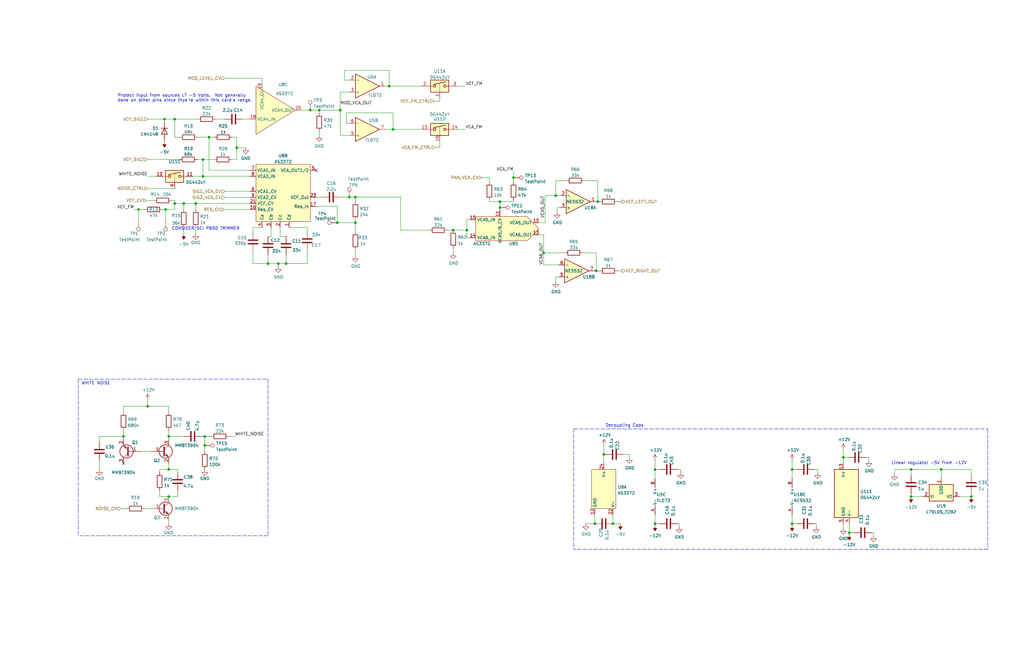
<source format=kicad_sch>
(kicad_sch (version 20211123) (generator eeschema)
  (paper "B")
  (title_block (title "Z3372 Signal Processing") (rev "0.1") (company "Zoxnoxious Engineering"))
  (junction (at 276.225 198.12))
  (junction (at 251.46 114.3))
  (junction (at 88.138 57.912))
  (junction (at 117.348 111.252))
  (junction (at 69.342 50.292))
  (junction (at 216.535 74.93))
  (junction (at 82.55 85.852))
  (junction (at 254.635 191.77))
  (junction (at 62.23 171.45))
  (junction (at 142.24 93.98))
  (junction (at 396.875 198.12))
  (junction (at 147.32 83.185))
  (junction (at 384.175 209.55))
  (junction (at 85.598 67.31))
  (junction (at 86.36 184.15))
  (junction (at 252.095 85.09))
  (junction (at 130.81 46.482))
  (junction (at 210.82 85.09))
  (junction (at 196.85 97.155))
  (junction (at 164.084 36.322))
  (junction (at 276.225 220.98))
  (junction (at 384.175 198.12))
  (junction (at 149.86 93.98))
  (junction (at 334.01 198.12))
  (junction (at 99.822 62.357))
  (junction (at 52.07 184.15))
  (junction (at 229.235 106.68))
  (junction (at 250.825 220.98))
  (junction (at 86.36 187.96))
  (junction (at 85.598 74.422))
  (junction (at 73.66 50.292))
  (junction (at 71.12 198.12))
  (junction (at 73.66 85.852))
  (junction (at 409.575 209.55))
  (junction (at 191.135 97.155))
  (junction (at 355.6 193.04))
  (junction (at 234.315 82.55))
  (junction (at 165.735 54.61))
  (junction (at 143.51 46.482))
  (junction (at 134.62 46.482))
  (junction (at 71.12 209.55))
  (junction (at 77.47 85.852))
  (junction (at 334.01 220.98))
  (junction (at 149.86 83.185))
  (junction (at 71.12 184.15))
  (junction (at 258.445 220.98))
  (junction (at 358.14 224.79))
  (junction (at 120.65 111.252))
  (junction (at 210.82 87.63))
  (junction (at 69.85 88.392))
  (junction (at 58.42 88.392))
  (junction (at 113.03 111.252))
  (no_connect (at 133.35 71.882))
  (no_connect (at 52.07 195.58))
  (wire (pts (xy 198.12 100.33) (xy 196.85 100.33)))
  (wire (pts (xy 73.66 84.582) (xy 73.66 85.852)))
  (wire (pts (xy 71.12 184.15) (xy 71.12 185.42)))
  (wire (pts (xy 203.2 74.93) (xy 206.375 74.93)))
  (wire (pts (xy 52.07 184.15) (xy 52.07 181.61)))
  (wire (pts (xy 73.66 57.912) (xy 73.66 50.292)))
  (wire (pts (xy 185.42 42.672) (xy 185.42 41.402)))
  (wire (pts (xy 113.03 99.822) (xy 114.3 99.822)))
  (wire (pts (xy 143.51 38.862) (xy 143.51 46.482)))
  (wire (pts (xy 236.22 82.55) (xy 234.315 82.55)))
  (wire (pts (xy 146.05 52.07) (xy 146.05 47.625)))
  (wire (pts (xy 168.91 97.155) (xy 168.91 83.185)))
  (wire (pts (xy 96.52 184.15) (xy 99.06 184.15)))
  (wire (pts (xy 358.14 224.79) (xy 360.045 224.79)))
  (wire (pts (xy 260.35 85.09) (xy 262.255 85.09)))
  (wire (pts (xy 196.85 100.33) (xy 196.85 97.155)))
  (wire (pts (xy 250.825 217.17) (xy 250.825 220.98)))
  (wire (pts (xy 67.31 198.12) (xy 67.31 199.39)))
  (wire (pts (xy 69.85 88.392) (xy 73.66 88.392)))
  (wire (pts (xy 334.01 198.12) (xy 335.915 198.12)))
  (wire (pts (xy 210.82 85.09) (xy 210.82 87.63)))
  (wire (pts (xy 99.822 57.912) (xy 97.917 57.912)))
  (wire (pts (xy 99.822 62.357) (xy 99.822 57.912)))
  (wire (pts (xy 366.395 194.31) (xy 366.395 193.04)))
  (wire (pts (xy 129.54 97.79) (xy 129.54 96.012)))
  (wire (pts (xy 252.095 76.2) (xy 246.38 76.2)))
  (wire (pts (xy 355.6 193.04) (xy 355.6 195.58)))
  (wire (pts (xy 149.86 93.98) (xy 149.86 97.79)))
  (wire (pts (xy 82.55 96.012) (xy 82.55 98.552)))
  (wire (pts (xy 234.315 76.2) (xy 234.315 82.55)))
  (wire (pts (xy 97.79 67.31) (xy 99.822 67.437)))
  (wire (pts (xy 52.07 171.45) (xy 62.23 171.45)))
  (polyline (pts (xy 113.03 160.02) (xy 113.03 226.06)))
  (wire (pts (xy 60.96 214.63) (xy 63.5 214.63)))
  (wire (pts (xy 193.04 36.322) (xy 196.342 36.322)))
  (wire (pts (xy 85.598 67.31) (xy 90.17 67.31)))
  (wire (pts (xy 368.3 224.79) (xy 367.665 224.79)))
  (wire (pts (xy 384.175 198.12) (xy 384.175 200.66)))
  (wire (pts (xy 71.12 219.71) (xy 71.12 220.98)))
  (wire (pts (xy 384.175 198.12) (xy 377.19 198.12)))
  (wire (pts (xy 147.32 33.782) (xy 145.288 33.782)))
  (wire (pts (xy 182.88 42.672) (xy 185.42 42.672)))
  (wire (pts (xy 143.51 83.185) (xy 147.32 83.185)))
  (wire (pts (xy 86.36 190.5) (xy 86.36 187.96)))
  (wire (pts (xy 71.12 195.58) (xy 71.12 198.12)))
  (wire (pts (xy 355.6 189.865) (xy 355.6 193.04)))
  (wire (pts (xy 229.87 82.55) (xy 229.87 93.98)))
  (wire (pts (xy 334.01 220.98) (xy 335.915 220.98)))
  (wire (pts (xy 103.632 62.357) (xy 99.822 62.357)))
  (wire (pts (xy 229.235 111.76) (xy 229.235 106.68)))
  (wire (pts (xy 74.93 207.01) (xy 74.93 209.55)))
  (wire (pts (xy 185.42 62.23) (xy 185.42 59.69)))
  (wire (pts (xy 77.47 85.852) (xy 82.55 85.852)))
  (wire (pts (xy 74.93 198.12) (xy 71.12 198.12)))
  (wire (pts (xy 62.23 79.502) (xy 73.66 79.502)))
  (wire (pts (xy 77.47 85.852) (xy 77.47 88.392)))
  (wire (pts (xy 71.12 171.45) (xy 62.23 171.45)))
  (polyline (pts (xy 33.02 160.02) (xy 33.02 226.06)))
  (wire (pts (xy 287.02 199.39) (xy 287.02 198.12)))
  (wire (pts (xy 142.24 86.995) (xy 142.24 93.98)))
  (wire (pts (xy 162.56 54.61) (xy 165.735 54.61)))
  (wire (pts (xy 164.084 36.322) (xy 177.8 36.322)))
  (wire (pts (xy 229.235 106.68) (xy 238.125 106.68)))
  (wire (pts (xy 180.975 97.155) (xy 168.91 97.155)))
  (wire (pts (xy 134.62 55.372) (xy 134.62 57.15)))
  (wire (pts (xy 106.68 105.918) (xy 106.68 111.252)))
  (wire (pts (xy 343.535 198.12) (xy 344.805 198.12)))
  (wire (pts (xy 252.095 85.09) (xy 252.095 76.2)))
  (wire (pts (xy 165.735 47.625) (xy 165.735 54.61)))
  (wire (pts (xy 120.65 111.252) (xy 117.348 111.252)))
  (wire (pts (xy 162.56 36.322) (xy 164.084 36.322)))
  (wire (pts (xy 147.32 52.07) (xy 146.05 52.07)))
  (wire (pts (xy 238.76 76.2) (xy 234.315 76.2)))
  (wire (pts (xy 344.17 222.25) (xy 344.17 220.98)))
  (wire (pts (xy 62.23 171.45) (xy 62.23 168.91)))
  (wire (pts (xy 254.635 191.77) (xy 254.635 195.58)))
  (wire (pts (xy 69.342 50.292) (xy 69.342 51.562)))
  (wire (pts (xy 164.084 29.718) (xy 164.084 36.322)))
  (wire (pts (xy 234.315 116.84) (xy 235.585 116.84)))
  (wire (pts (xy 216.535 74.93) (xy 216.535 76.835)))
  (wire (pts (xy 41.91 194.31) (xy 41.91 198.12)))
  (wire (pts (xy 62.23 67.31) (xy 75.565 67.31)))
  (wire (pts (xy 143.51 46.482) (xy 134.62 46.482)))
  (wire (pts (xy 344.805 199.39) (xy 344.805 198.12)))
  (wire (pts (xy 147.32 57.15) (xy 143.51 57.15)))
  (wire (pts (xy 114.3 99.822) (xy 114.3 96.012)))
  (wire (pts (xy 234.95 87.63) (xy 234.95 89.535)))
  (wire (pts (xy 41.91 184.15) (xy 52.07 184.15)))
  (wire (pts (xy 258.445 220.98) (xy 261.62 220.98)))
  (wire (pts (xy 71.12 198.12) (xy 67.31 198.12)))
  (polyline (pts (xy 416.56 231.775) (xy 241.935 231.775)))
  (wire (pts (xy 206.375 84.455) (xy 206.375 85.09)))
  (wire (pts (xy 334.01 194.31) (xy 334.01 198.12)))
  (wire (pts (xy 147.32 38.862) (xy 143.51 38.862)))
  (wire (pts (xy 88.138 71.882) (xy 88.138 57.912)))
  (wire (pts (xy 41.91 186.69) (xy 41.91 184.15)))
  (wire (pts (xy 58.42 88.392) (xy 60.96 88.392)))
  (wire (pts (xy 334.01 220.98) (xy 334.01 221.615)))
  (wire (pts (xy 251.46 106.68) (xy 251.46 114.3)))
  (wire (pts (xy 262.89 191.77) (xy 265.43 191.77)))
  (wire (pts (xy 258.445 217.17) (xy 258.445 220.98)))
  (wire (pts (xy 276.225 220.98) (xy 278.13 220.98)))
  (polyline (pts (xy 113.03 226.06) (xy 33.02 226.06)))
  (wire (pts (xy 216.535 85.09) (xy 210.82 85.09)))
  (wire (pts (xy 86.36 184.15) (xy 88.9 184.15)))
  (wire (pts (xy 73.66 85.852) (xy 73.66 88.392)))
  (wire (pts (xy 149.86 83.185) (xy 149.86 85.09)))
  (wire (pts (xy 368.3 226.06) (xy 368.3 224.79)))
  (wire (pts (xy 129.54 105.41) (xy 129.54 111.252)))
  (wire (pts (xy 59.69 190.5) (xy 63.5 190.5)))
  (wire (pts (xy 117.348 112.522) (xy 117.348 111.252)))
  (wire (pts (xy 67.31 209.55) (xy 71.12 209.55)))
  (wire (pts (xy 62.23 74.422) (xy 66.04 74.422)))
  (wire (pts (xy 74.93 199.39) (xy 74.93 198.12)))
  (wire (pts (xy 69.85 88.392) (xy 69.85 93.472)))
  (wire (pts (xy 110.49 33.02) (xy 94.615 33.02)))
  (wire (pts (xy 409.575 198.12) (xy 396.875 198.12)))
  (wire (pts (xy 344.17 220.98) (xy 343.535 220.98)))
  (wire (pts (xy 72.39 84.582) (xy 73.66 84.582)))
  (polyline (pts (xy 241.935 180.975) (xy 241.935 231.775)))
  (wire (pts (xy 61.595 84.582) (xy 64.77 84.582)))
  (wire (pts (xy 82.55 85.852) (xy 105.41 85.852)))
  (wire (pts (xy 276.225 198.12) (xy 278.13 198.12)))
  (wire (pts (xy 83.312 57.912) (xy 88.138 57.912)))
  (wire (pts (xy 113.03 107.442) (xy 113.03 111.252)))
  (wire (pts (xy 50.8 214.63) (xy 53.34 214.63)))
  (wire (pts (xy 85.598 74.422) (xy 105.41 74.422)))
  (wire (pts (xy 69.342 59.182) (xy 69.342 59.69)))
  (wire (pts (xy 286.385 220.98) (xy 285.75 220.98)))
  (wire (pts (xy 365.125 193.04) (xy 366.395 193.04)))
  (wire (pts (xy 73.66 50.292) (xy 83.312 50.292)))
  (wire (pts (xy 68.58 88.392) (xy 69.85 88.392)))
  (wire (pts (xy 133.35 87.122) (xy 142.24 86.995)))
  (wire (pts (xy 71.12 209.55) (xy 74.93 209.55)))
  (wire (pts (xy 86.36 187.96) (xy 86.36 184.15)))
  (wire (pts (xy 134.62 47.752) (xy 134.62 46.482)))
  (wire (pts (xy 377.19 198.12) (xy 377.19 200.025)))
  (wire (pts (xy 94.742 80.772) (xy 105.41 80.772)))
  (polyline (pts (xy 33.02 160.02) (xy 113.03 160.02)))
  (wire (pts (xy 120.65 99.822) (xy 118.11 99.822)))
  (wire (pts (xy 142.24 93.98) (xy 149.86 93.98)))
  (wire (pts (xy 384.175 208.28) (xy 384.175 209.55)))
  (wire (pts (xy 276.225 194.31) (xy 276.225 198.12)))
  (wire (pts (xy 94.742 83.312) (xy 105.41 83.312)))
  (wire (pts (xy 285.75 198.12) (xy 287.02 198.12)))
  (wire (pts (xy 120.65 107.442) (xy 120.65 111.252)))
  (wire (pts (xy 90.932 50.292) (xy 94.742 50.292)))
  (wire (pts (xy 77.47 96.012) (xy 77.47 98.552)))
  (wire (pts (xy 245.745 106.68) (xy 251.46 106.68)))
  (wire (pts (xy 71.12 173.99) (xy 71.12 171.45)))
  (wire (pts (xy 358.14 220.98) (xy 358.14 224.79)))
  (wire (pts (xy 129.54 96.012) (xy 121.92 96.012)))
  (wire (pts (xy 127 46.482) (xy 130.81 46.482)))
  (wire (pts (xy 286.385 222.25) (xy 286.385 220.98)))
  (wire (pts (xy 210.82 87.63) (xy 210.82 88.9)))
  (wire (pts (xy 69.342 50.292) (xy 62.23 50.292)))
  (wire (pts (xy 234.315 82.55) (xy 229.87 82.55)))
  (wire (pts (xy 71.12 181.61) (xy 71.12 184.15)))
  (wire (pts (xy 183.388 62.23) (xy 185.42 62.23)))
  (wire (pts (xy 409.575 209.55) (xy 409.575 208.28)))
  (wire (pts (xy 147.32 83.185) (xy 149.86 83.185)))
  (wire (pts (xy 254.635 191.77) (xy 255.27 191.77)))
  (wire (pts (xy 102.362 50.292) (xy 105.41 50.292)))
  (wire (pts (xy 105.41 71.882) (xy 88.138 71.882)))
  (wire (pts (xy 191.135 97.155) (xy 196.85 97.155)))
  (wire (pts (xy 251.46 85.09) (xy 252.095 85.09)))
  (wire (pts (xy 52.07 173.99) (xy 52.07 171.45)))
  (wire (pts (xy 355.6 193.04) (xy 357.505 193.04)))
  (wire (pts (xy 260.35 114.3) (xy 262.255 114.3)))
  (wire (pts (xy 334.01 217.17) (xy 334.01 220.98)))
  (wire (pts (xy 358.14 224.79) (xy 358.14 225.425)))
  (wire (pts (xy 355.6 220.98) (xy 355.6 222.885)))
  (wire (pts (xy 99.822 67.437) (xy 99.822 62.357)))
  (wire (pts (xy 118.11 99.822) (xy 118.11 96.012)))
  (wire (pts (xy 227.33 99.06) (xy 229.235 99.06)))
  (wire (pts (xy 191.135 104.775) (xy 191.135 106.68)))
  (wire (pts (xy 236.22 87.63) (xy 234.95 87.63)))
  (wire (pts (xy 254.635 187.96) (xy 254.635 191.77)))
  (wire (pts (xy 206.375 85.09) (xy 210.82 85.09)))
  (wire (pts (xy 252.095 85.09) (xy 252.73 85.09)))
  (wire (pts (xy 134.62 46.482) (xy 130.81 46.482)))
  (wire (pts (xy 216.535 72.39) (xy 216.535 74.93)))
  (wire (pts (xy 133.35 83.312) (xy 135.89 83.185)))
  (wire (pts (xy 106.68 96.012) (xy 110.49 96.012)))
  (wire (pts (xy 276.225 217.17) (xy 276.225 220.98)))
  (wire (pts (xy 396.875 198.12) (xy 396.875 201.93)))
  (wire (pts (xy 85.598 74.422) (xy 85.598 67.31)))
  (wire (pts (xy 206.375 74.93) (xy 206.375 76.835)))
  (wire (pts (xy 94.488 88.392) (xy 105.41 88.392)))
  (wire (pts (xy 396.875 198.12) (xy 384.175 198.12)))
  (wire (pts (xy 146.05 47.625) (xy 165.735 47.625)))
  (wire (pts (xy 106.68 98.298) (xy 106.68 96.012)))
  (wire (pts (xy 86.36 184.15) (xy 85.09 184.15)))
  (wire (pts (xy 113.03 111.252) (xy 117.348 111.252)))
  (wire (pts (xy 83.185 67.31) (xy 85.598 67.31)))
  (wire (pts (xy 165.735 54.61) (xy 177.8 54.61)))
  (wire (pts (xy 265.43 193.04) (xy 265.43 191.77)))
  (wire (pts (xy 251.46 114.3) (xy 250.825 114.3)))
  (wire (pts (xy 384.175 209.55) (xy 389.255 209.55)))
  (wire (pts (xy 227.33 93.98) (xy 229.87 93.98)))
  (wire (pts (xy 168.91 83.185) (xy 149.86 83.185)))
  (wire (pts (xy 251.46 114.3) (xy 252.73 114.3)))
  (wire (pts (xy 56.515 88.392) (xy 58.42 88.392)))
  (polyline (pts (xy 241.935 180.975) (xy 416.56 180.975)))
  (wire (pts (xy 276.225 220.98) (xy 276.225 221.615)))
  (wire (pts (xy 334.01 198.12) (xy 334.01 201.93)))
  (wire (pts (xy 106.68 111.252) (xy 113.03 111.252)))
  (wire (pts (xy 216.535 84.455) (xy 216.535 85.09)))
  (wire (pts (xy 404.495 209.55) (xy 409.575 209.55)))
  (wire (pts (xy 229.235 99.06) (xy 229.235 106.68)))
  (wire (pts (xy 145.288 33.782) (xy 145.288 29.718)))
  (wire (pts (xy 71.12 184.15) (xy 77.47 184.15)))
  (wire (pts (xy 82.55 85.852) (xy 82.55 88.392)))
  (wire (pts (xy 247.015 220.98) (xy 250.825 220.98)))
  (wire (pts (xy 409.575 200.66) (xy 409.575 198.12)))
  (wire (pts (xy 52.07 184.15) (xy 52.07 185.42)))
  (wire (pts (xy 193.04 54.61) (xy 196.215 54.61)))
  (wire (pts (xy 196.85 92.71) (xy 198.12 92.71)))
  (wire (pts (xy 149.86 92.71) (xy 149.86 93.98)))
  (wire (pts (xy 81.28 74.422) (xy 85.598 74.422)))
  (wire (pts (xy 235.585 111.76) (xy 229.235 111.76)))
  (wire (pts (xy 110.49 35.052) (xy 110.49 33.02)))
  (polyline (pts (xy 416.56 180.975) (xy 416.56 231.775)))
  (wire (pts (xy 188.595 97.155) (xy 191.135 97.155)))
  (wire (pts (xy 73.66 85.852) (xy 77.47 85.852)))
  (wire (pts (xy 75.692 57.912) (xy 73.66 57.912)))
  (wire (pts (xy 145.288 29.718) (xy 164.084 29.718)))
  (wire (pts (xy 196.85 97.155) (xy 196.85 92.71)))
  (wire (pts (xy 88.138 57.912) (xy 90.297 57.912)))
  (wire (pts (xy 67.31 207.01) (xy 67.31 209.55)))
  (wire (pts (xy 73.66 50.292) (xy 69.342 50.292)))
  (wire (pts (xy 143.51 57.15) (xy 143.51 46.482)))
  (wire (pts (xy 58.42 88.392) (xy 58.42 93.472)))
  (wire (pts (xy 129.54 111.252) (xy 120.65 111.252)))
  (wire (pts (xy 276.225 198.12) (xy 276.225 201.93)))
  (wire (pts (xy 149.86 105.41) (xy 149.86 107.95)))
  (wire (pts (xy 234.315 118.745) (xy 234.315 116.84)))
  (text "Decoupling Caps" (at 255.27 180.34 0) (effects (font (size 1.27 1.27)) (justify left bottom)))
  (text "CONSIDER SCI P600 TRIMMER" (at 72.39 97.282 0) (effects (font (size 1.27 1.27)) (justify left bottom)))
  (text "WHITE NOISE" (at 34.29 162.56 0) (effects (font (size 1.27 1.27)) (justify left bottom)))
  (text "Protect input from sources LT -5 Volts.  Not generally\ndone on other pins since thye're within this card's range." (at 49.53 43.18 0) (effects (font (size 1.27 1.27)) (justify left bottom)))
  (text "Linear regulator -5V from -12V" (at 375.92 196.215 0) (effects (font (size 1.27 1.27)) (justify left bottom)))
  (label "VCF_FM" (at 56.515 88.392 180))
  (label "MOD_VCA_OUT" (at 143.51 44.45 0))
  (label "VCA6_OUT" (at 229.235 111.76 90))
  (label "VCA_FM" (at 216.535 72.39 180))
  (label "WHITE_NOISE" (at 62.23 74.422 180))
  (label "VCF_FM" (at 196.342 36.322 0))
  (label "VCA5_OUT" (at 229.87 82.55 270))
  (label "WHITE_NOISE" (at 99.06 184.15 0))
  (label "VCA_FM" (at 196.215 54.61 0))
  (hierarchical_label "MOD_LEVEL_CV" (shape input) (at 94.615 33.02 180))
  (hierarchical_label "PAN_VCA_CV" (shape input) (at 203.2 74.93 180))
  (hierarchical_label "VCF_SIG1" (shape input) (at 62.23 50.292 180))
  (hierarchical_label "NOISE_CTRL" (shape input) (at 62.23 79.502 180))
  (hierarchical_label "RES_CV" (shape input) (at 94.488 88.392 180))
  (hierarchical_label "VCF_SIG2" (shape input) (at 62.23 67.31 180))
  (hierarchical_label "SIG1_VCA_CV" (shape input) (at 94.742 80.772 180))
  (hierarchical_label "VCF_CV" (shape input) (at 61.595 84.582 180))
  (hierarchical_label "VCF_LEFT_OUT" (shape output) (at 262.255 85.09 0))
  (hierarchical_label "NOISE_CV" (shape input) (at 50.8 214.63 180))
  (hierarchical_label "VCA_FM_CTRL" (shape input) (at 183.388 62.23 180))
  (hierarchical_label "VCF_FM_CTRL" (shape input) (at 182.88 42.672 180))
  (hierarchical_label "SIG2_VCA_CV" (shape input) (at 94.742 83.312 180))
  (hierarchical_label "VCF_RIGHT_OUT" (shape output) (at 262.255 114.3 0))
  (symbol (lib_id "Connector:TestPoint") (at 58.42 93.472 180) (unit 1)
    (property "Reference" "TP1" (at 58.42 98.552 0) (effects (justify left)))
    (property "Value" "TestPoint" (at 59.055 101.092 0) (effects (justify left)))
    (property "Footprint" "TestPoint:TestPoint_Pad_2.0x2.0mm" (effects hide))
  )
  (symbol (lib_id "Device:C") (at 74.93 203.2 0) (unit 1)
    (property "Reference" "C38" (at 79.375 201.295 0))
    (property "Value" "4.7u" (at 79.375 205.105 0))
    (property "Footprint" "Capacitor_SMD:C_0805_2012Metric" (effects hide))
    (property "LCSC Part" "C1779" (effects hide))
  )
  (symbol (lib_id "Device:R") (at 216.535 80.645 180) (unit 1)
    (property "Reference" "R64" (at 218.313 79.8103 0) (effects (justify right)))
    (property "Value" "47k" (at 218.313 82.3472 0) (effects (justify right)))
    (property "Footprint" "Resistor_SMD:R_0603_1608Metric" (effects hide))
    (property "LCSC Part" "C25819" (effects hide))
  )
  (symbol (lib_id "Device:R") (at 149.86 88.9 0) (unit 1)
    (property "Reference" "R32" (at 151.638 88.0653 0) (effects (justify left)))
    (property "Value" "24k" (at 151.638 90.6022 0) (effects (justify left)))
    (property "Footprint" "Resistor_SMD:R_0603_1608Metric" (effects hide))
    (property "LCSC Part" "C23352" (effects hide))
  )
  (symbol (lib_id "power:GND") (at 149.86 107.95 0) (unit 1)
    (property "Reference" "#PWR043" (effects hide))
    (property "Value" "GND" (at 149.987 112.3442 0))
  )
  (symbol (lib_id "Amplifier_Operational:TL072") (at 154.94 36.322 0) (mirror x) (unit 1)
    (property "Reference" "U5" (at 156.845 32.512 0))
    (property "Value" "TL072" (at 158.115 40.132 0))
    (property "Footprint" "Package_SO:SOIC-8_3.9x4.9mm_P1.27mm" (effects hide))
    (property "Datasheet" "http://www.ti.com/lit/ds/symlink/tl071.pdf" (effects hide))
    (property "LCSC Part" "C6961" (effects hide))
  )
  (symbol (lib_id "power:-12V") (at 334.01 221.615 180) (unit 1)
    (property "Reference" "#PWR072" (effects hide))
    (property "Value" "-12V" (at 334.01 226.0584 0))
  )
  (symbol (lib_id "Device:C") (at 361.315 193.04 270) (unit 1)
    (property "Reference" "C32" (at 362.585 187.325 0) (effects (justify left)))
    (property "Value" "0.1u" (at 360.045 186.055 0) (effects (justify left)))
    (property "Footprint" "Capacitor_SMD:C_0603_1608Metric" (effects hide))
    (property "LCSC Part" "C14663" (effects hide))
  )
  (symbol (lib_id "power:GND") (at 247.015 220.98 0) (unit 1)
    (property "Reference" "#PWR048" (effects hide))
    (property "Value" "GND" (at 247.142 225.3742 0))
  )
  (symbol (lib_name "AS3372_1") (lib_id "as3372_lib:AS3372") (at 254.635 204.47 0) (unit 1)
    (property "Reference" "U8" (at 260.4262 205.5403 0) (effects (justify left)))
    (property "Value" "AS3372" (at 260.4262 208.0772 0) (effects (justify left)))
    (property "Footprint" "Package_SO:SOIC-24W_7.5x15.4mm_P1.27mm" (effects hide))
    (property "Datasheet" "https://www.alfarzpp.lv/eng/sc/AS3372E.pdf" (effects hide))
  )
  (symbol (lib_id "power:GND") (at 82.55 98.552 0) (unit 1)
    (property "Reference" "#PWR037" (effects hide))
    (property "Value" "GND" (at 82.55 102.362 0))
  )
  (symbol (lib_id "Device:R") (at 86.36 194.31 0) (unit 1)
    (property "Reference" "R72" (at 88.138 193.4753 0) (effects (justify left)))
    (property "Value" "100k" (at 88.138 196.0122 0) (effects (justify left)))
    (property "Footprint" "Resistor_SMD:R_0402_1005Metric" (effects hide))
    (property "LCSC Part" "C25741" (effects hide))
  )
  (symbol (lib_id "power:+12V") (at 276.225 194.31 0) (unit 1)
    (property "Reference" "#PWR092" (effects hide))
    (property "Value" "+12V" (at 276.606 189.9158 0))
  )
  (symbol (lib_id "power:GND") (at 234.95 89.535 0) (unit 1)
    (property "Reference" "#PWR081" (effects hide))
    (property "Value" "GND" (at 235.077 93.9292 0))
  )
  (symbol (lib_id "Amplifier_Operational:TL072") (at 278.765 209.55 0) (unit 3)
    (property "Reference" "U5" (at 276.86 208.7153 0) (effects (justify left)))
    (property "Value" "TL072" (at 276.86 211.2522 0) (effects (justify left)))
    (property "Footprint" "Package_SO:SOIC-8_3.9x4.9mm_P1.27mm" (effects hide))
    (property "Datasheet" "http://www.ti.com/lit/ds/symlink/tl071.pdf" (effects hide))
    (property "LCSC Part" "C6961" (effects hide))
  )
  (symbol (lib_id "Device:R") (at 241.935 106.68 90) (unit 1)
    (property "Reference" "R65" (at 241.935 101.9642 90))
    (property "Value" "33k" (at 241.935 104.5011 90))
    (property "Footprint" "Resistor_SMD:R_0603_1608Metric" (effects hide))
    (property "LCSC Part" "C4216" (effects hide))
  )
  (symbol (lib_id "Device:R") (at 92.71 184.15 90) (unit 1)
    (property "Reference" "R73" (at 92.71 179.4342 90))
    (property "Value" "22k" (at 92.71 181.9711 90))
    (property "Footprint" "Resistor_SMD:R_0603_1608Metric" (effects hide))
    (property "LCSC Part" "C31850" (effects hide))
  )
  (symbol (lib_id "power:+12V") (at 334.01 194.31 0) (unit 1)
    (property "Reference" "#PWR071" (effects hide))
    (property "Value" "+12V" (at 334.391 189.9158 0))
  )
  (symbol (lib_id "Analog_Switch:DG442xY") (at 355.6 208.28 0) (unit 5)
    (property "Reference" "U11" (at 362.712 207.4453 0) (effects (justify left)))
    (property "Value" "DG442xY" (at 362.712 209.9822 0) (effects (justify left)))
    (property "Footprint" "Package_SO:SOIC-16_3.9x9.9mm_P1.27mm" (effects hide))
    (property "Datasheet" "https://datasheets.maximintegrated.com/en/ds/DG441-DG442.pdf" (effects hide))
    (property "LCSC Part" "C144269" (effects hide))
  )
  (symbol (lib_id "power:GND") (at 287.02 199.39 0) (unit 1)
    (property "Reference" "#PWR095" (effects hide))
    (property "Value" "GND" (at 287.147 203.7842 0))
  )
  (symbol (lib_id "Amplifier_Operational:NE5532") (at 331.47 209.55 0) (mirror y) (unit 3)
    (property "Reference" "U18" (at 334.645 208.7153 0) (effects (justify right)))
    (property "Value" "NE5532" (at 334.645 211.2522 0) (effects (justify right)))
    (property "Footprint" "Package_SO:SOIC-8_3.9x4.9mm_P1.27mm" (effects hide))
    (property "Datasheet" "http://www.ti.com/lit/ds/symlink/ne5532.pdf" (effects hide))
    (property "LCSC Part" "C7426" (effects hide))
  )
  (symbol (lib_id "Connector:TestPoint") (at 69.85 93.472 180) (unit 1)
    (property "Reference" "TP2" (at 69.85 98.552 0) (effects (justify left)))
    (property "Value" "TestPoint" (at 70.485 101.092 0) (effects (justify left)))
    (property "Footprint" "TestPoint:TestPoint_Pad_2.0x2.0mm" (effects hide))
  )
  (symbol (lib_id "Device:R") (at 149.86 101.6 0) (unit 1)
    (property "Reference" "R33" (at 153.035 100.33 0))
    (property "Value" "1k" (at 153.035 102.87 0))
    (property "Footprint" "Resistor_SMD:R_0603_1608Metric" (effects hide))
    (property "LCSC Part" "C21190" (effects hide))
  )
  (symbol (lib_id "Transistor_BJT:MMBT3904") (at 54.61 190.5 180) (unit 1)
    (property "Reference" "Q1" (at 58.42 186.69 0) (effects (justify left)))
    (property "Value" "MMBT3904" (at 57.15 199.39 0) (effects (justify left)))
    (property "Footprint" "Package_TO_SOT_SMD:SOT-23" (effects hide))
    (property "Datasheet" "https://www.onsemi.com/pub/Collateral/2N3903-D.PDF" (effects hide))
    (property "LCSC Part" "C20526" (effects hide))
  )
  (symbol (lib_id "power:-5V") (at 409.575 209.55 180) (unit 1)
    (property "Reference" "#PWR087" (effects hide))
    (property "Value" "-5V" (at 409.575 213.9934 0))
  )
  (symbol (lib_id "Device:R") (at 93.98 67.31 270) (unit 1)
    (property "Reference" "R26" (at 94.107 62.7212 90))
    (property "Value" "1k" (at 93.98 65.1311 90))
    (property "Footprint" "Resistor_SMD:R_0603_1608Metric" (effects hide))
    (property "LCSC Part" "C21190" (effects hide))
  )
  (symbol (lib_id "Connector:TestPoint") (at 130.81 46.482 0) (unit 1)
    (property "Reference" "TP3" (at 132.207 42.3453 0) (effects (justify left)))
    (property "Value" "TestPoint" (at 132.207 44.8822 0) (effects (justify left)))
    (property "Footprint" "TestPoint:TestPoint_Pad_2.0x2.0mm" (effects hide))
  )
  (symbol (lib_id "power:GND") (at 344.17 222.25 0) (unit 1)
    (property "Reference" "#PWR073" (effects hide))
    (property "Value" "GND" (at 344.297 226.6442 0))
  )
  (symbol (lib_id "Transistor_BJT:MMBT3904") (at 68.58 214.63 0) (unit 1)
    (property "Reference" "Q3" (at 64.77 218.44 0) (effects (justify left)))
    (property "Value" "MMBT3904" (at 73.66 214.63 0) (effects (justify left)))
    (property "Footprint" "Package_TO_SOT_SMD:SOT-23" (effects hide))
    (property "Datasheet" "https://www.onsemi.com/pub/Collateral/2N3903-D.PDF" (effects hide))
    (property "LCSC Part" "C20526" (effects hide))
  )
  (symbol (lib_id "Device:R") (at 71.12 177.8 0) (unit 1)
    (property "Reference" "R70" (at 72.898 176.9653 0) (effects (justify left)))
    (property "Value" "4k7" (at 72.898 179.5022 0) (effects (justify left)))
    (property "Footprint" "Resistor_SMD:R_0603_1608Metric" (effects hide))
    (property "LCSC Part" "C23162" (effects hide))
  )
  (symbol (lib_id "power:GND") (at 344.805 199.39 0) (unit 1)
    (property "Reference" "#PWR074" (effects hide))
    (property "Value" "GND" (at 344.932 203.7842 0))
  )
  (symbol (lib_id "power:+12V") (at 62.23 168.91 0) (unit 1)
    (property "Reference" "#PWR085" (effects hide))
    (property "Value" "+12V" (at 62.611 164.5158 0))
  )
  (symbol (lib_id "power:GND") (at 103.632 62.357 0) (unit 1)
    (property "Reference" "#PWR039" (effects hide))
    (property "Value" "GND" (at 103.632 66.8004 0))
  )
  (symbol (lib_id "Device:R") (at 79.502 57.912 270) (unit 1)
    (property "Reference" "R18" (at 79.502 53.1962 90))
    (property "Value" "68k" (at 79.502 55.7331 90))
    (property "Footprint" "Resistor_SMD:R_0603_1608Metric" (effects hide))
    (property "LCSC Part" "C23231" (effects hide))
  )
  (symbol (lib_id "power:-5V") (at 69.342 59.69 180) (unit 1)
    (property "Reference" "#PWR025" (effects hide))
    (property "Value" "-5V" (at 69.342 64.1334 0))
  )
  (symbol (lib_id "Connector:TestPoint") (at 216.535 74.93 270) (unit 1)
    (property "Reference" "TP13" (at 221.234 74.0953 90) (effects (justify left)))
    (property "Value" "TestPoint" (at 221.234 76.6322 90) (effects (justify left)))
    (property "Footprint" "TestPoint:TestPoint_Pad_2.0x2.0mm" (effects hide))
  )
  (symbol (lib_id "Device:R") (at 256.54 85.09 90) (unit 1)
    (property "Reference" "R68" (at 256.54 80.3742 90))
    (property "Value" "1k" (at 256.54 82.9111 90))
    (property "Footprint" "Resistor_SMD:R_0603_1608Metric" (effects hide))
    (property "LCSC Part" "C21190" (effects hide))
  )
  (symbol (lib_id "Connector:TestPoint") (at 210.82 87.63 270) (unit 1)
    (property "Reference" "TP12" (at 215.519 86.7953 90) (effects (justify left)))
    (property "Value" "TestPoint" (at 215.519 89.3322 90) (effects (justify left)))
    (property "Footprint" "TestPoint:TestPoint_Pad_2.0x2.0mm" (effects hide))
  )
  (symbol (lib_id "Device:R") (at 134.62 51.562 0) (unit 1)
    (property "Reference" "R30" (at 136.398 50.7273 0) (effects (justify left)))
    (property "Value" "47k" (at 136.398 53.2642 0) (effects (justify left)))
    (property "Footprint" "Resistor_SMD:R_0603_1608Metric" (effects hide))
    (property "LCSC Part" "C25819" (effects hide))
  )
  (symbol (lib_id "power:GND") (at 71.12 220.98 0) (unit 1)
    (property "Reference" "#PWR029" (effects hide))
    (property "Value" "GND" (at 71.12 224.79 0))
  )
  (symbol (lib_id "Device:C") (at 281.94 220.98 90) (unit 1)
    (property "Reference" "C46" (at 281.305 217.17 0) (effects (justify left)))
    (property "Value" "0.1u" (at 283.845 217.805 0) (effects (justify left)))
    (property "Footprint" "Capacitor_SMD:C_0603_1608Metric" (effects hide))
    (property "LCSC Part" "C14663" (effects hide))
  )
  (symbol (lib_id "Device:R") (at 94.107 57.912 270) (unit 1)
    (property "Reference" "R25" (at 94.107 53.1962 90))
    (property "Value" "1k" (at 94.107 55.7331 90))
    (property "Footprint" "Resistor_SMD:R_0603_1608Metric" (effects hide))
    (property "LCSC Part" "C21190" (effects hide))
  )
  (symbol (lib_id "Device:C") (at 384.175 204.47 0) (unit 1)
    (property "Reference" "C34" (at 387.096 203.6353 0) (effects (justify left)))
    (property "Value" "1u" (at 387.096 206.1722 0) (effects (justify left)))
    (property "Footprint" "Capacitor_SMD:C_0805_2012Metric" (effects hide))
    (property "LCSC Part" "C28323" (effects hide))
  )
  (symbol (lib_id "Device:R") (at 68.58 84.582 270) (unit 1)
    (property "Reference" "R14" (at 65.405 82.042 90))
    (property "Value" "20k" (at 70.485 82.042 90))
    (property "Footprint" "Resistor_SMD:R_0603_1608Metric" (effects hide))
    (property "LCSC Part" "C4184" (effects hide))
  )
  (symbol (lib_id "power:GND") (at 134.62 57.15 0) (unit 1)
    (property "Reference" "#PWR042" (effects hide))
    (property "Value" "GND" (at 134.62 61.5934 0))
  )
  (symbol (lib_id "Device:C") (at 129.54 101.6 0) (mirror x) (unit 1)
    (property "Reference" "C17" (at 133.35 103.505 0))
    (property "Value" "33n" (at 133.35 99.06 0))
    (property "Footprint" "Capacitor_SMD:C_0805_2012Metric" (effects hide))
    (property "LCSC Part" "C342800" (effects hide))
  )
  (symbol (lib_id "power:GND") (at 366.395 194.31 0) (unit 1)
    (property "Reference" "#PWR078" (effects hide))
    (property "Value" "GND" (at 366.522 198.7042 0))
  )
  (symbol (lib_id "power:GND") (at 355.6 222.885 0) (unit 1)
    (property "Reference" "#PWR076" (effects hide))
    (property "Value" "GND" (at 355.727 227.2792 0))
  )
  (symbol (lib_id "Device:C") (at 254.635 220.98 90) (unit 1)
    (property "Reference" "C20" (at 253.365 226.695 0) (effects (justify left)))
    (property "Value" "0.1u" (at 255.905 227.965 0) (effects (justify left)))
    (property "Footprint" "Capacitor_SMD:C_0603_1608Metric" (effects hide))
    (property "LCSC Part" "C14663" (effects hide))
  )
  (symbol (lib_id "Connector:TestPoint") (at 86.36 187.96 270) (unit 1)
    (property "Reference" "TP15" (at 91.059 187.1253 90) (effects (justify left)))
    (property "Value" "TestPoint" (at 91.059 189.6622 90) (effects (justify left)))
    (property "Footprint" "TestPoint:TestPoint_Pad_2.0x2.0mm" (effects hide))
  )
  (symbol (lib_id "Diode:1N4148") (at 69.342 55.372 270) (unit 1)
    (property "Reference" "D1" (at 64.262 54.102 90) (effects (justify left)))
    (property "Value" "1N4148" (at 59.182 56.642 90) (effects (justify left)))
    (property "Footprint" "Diode_SMD:D_SOD-123" (effects hide))
    (property "Datasheet" "https://assets.nexperia.com/documents/data-sheet/1N4148_1N4448.pdf" (effects hide))
    (property "LCSC Part" "C81598" (effects hide))
  )
  (symbol (lib_id "Device:C") (at 339.725 220.98 90) (unit 1)
    (property "Reference" "C31" (at 339.09 217.17 0) (effects (justify left)))
    (property "Value" "0.1u" (at 341.63 217.805 0) (effects (justify left)))
    (property "Footprint" "Capacitor_SMD:C_0603_1608Metric" (effects hide))
    (property "LCSC Part" "C14663" (effects hide))
  )
  (symbol (lib_id "power:GND") (at 265.43 193.04 0) (unit 1)
    (property "Reference" "#PWR055" (effects hide))
    (property "Value" "GND" (at 265.557 197.4342 0))
  )
  (symbol (lib_id "power:GND") (at 377.19 200.025 0) (unit 1)
    (property "Reference" "#PWR082" (effects hide))
    (property "Value" "GND" (at 377.19 204.4684 0))
  )
  (symbol (lib_id "Device:C") (at 259.08 191.77 270) (unit 1)
    (property "Reference" "C22" (at 260.35 186.055 0) (effects (justify left)))
    (property "Value" "0.1u" (at 257.81 184.785 0) (effects (justify left)))
    (property "Footprint" "Capacitor_SMD:C_0603_1608Metric" (effects hide))
    (property "LCSC Part" "C14663" (effects hide))
  )
  (symbol (lib_id "Device:R") (at 206.375 80.645 180) (unit 1)
    (property "Reference" "R63" (at 208.153 79.8103 0) (effects (justify right)))
    (property "Value" "10k" (at 208.153 82.3472 0) (effects (justify right)))
    (property "Footprint" "Resistor_SMD:R_0603_1608Metric" (effects hide))
    (property "LCSC Part" "C25804" (effects hide))
  )
  (symbol (lib_id "Device:R") (at 87.122 50.292 270) (unit 1)
    (property "Reference" "R22" (at 87.122 45.5762 90))
    (property "Value" "22k" (at 87.122 48.1131 90))
    (property "Footprint" "Resistor_SMD:R_0603_1608Metric" (effects hide))
    (property "LCSC Part" "C31850" (effects hide))
  )
  (symbol (lib_id "power:+12V") (at 254.635 187.96 0) (unit 1)
    (property "Reference" "#PWR051" (effects hide))
    (property "Value" "+12V" (at 255.016 183.5658 0))
  )
  (symbol (lib_id "power:GND") (at 286.385 222.25 0) (unit 1)
    (property "Reference" "#PWR094" (effects hide))
    (property "Value" "GND" (at 286.512 226.6442 0))
  )
  (symbol (lib_id "power:+12V") (at 355.6 189.865 0) (unit 1)
    (property "Reference" "#PWR075" (effects hide))
    (property "Value" "+12V" (at 355.981 185.4708 0))
  )
  (symbol (lib_id "Device:C") (at 113.03 103.632 0) (unit 1)
    (property "Reference" "C12" (at 116.078 101.346 0))
    (property "Value" "33n" (at 116.586 105.918 0))
    (property "Footprint" "Capacitor_SMD:C_0805_2012Metric" (effects hide))
    (property "LCSC Part" "C342800" (effects hide))
  )
  (symbol (lib_id "Device:C") (at 409.575 204.47 0) (unit 1)
    (property "Reference" "C35" (at 412.496 203.6353 0) (effects (justify left)))
    (property "Value" "1u" (at 412.496 206.1722 0) (effects (justify left)))
    (property "Footprint" "Capacitor_SMD:C_0805_2012Metric" (effects hide))
    (property "LCSC Part" "C28323" (effects hide))
  )
  (symbol (lib_id "Device:C") (at 120.65 103.632 0) (unit 1)
    (property "Reference" "C11" (at 125.095 101.727 0))
    (property "Value" "33n" (at 125.095 105.537 0))
    (property "Footprint" "Capacitor_SMD:C_0805_2012Metric" (effects hide))
    (property "LCSC Part" "C342800" (effects hide))
  )
  (symbol (lib_id "Device:C") (at 139.7 83.185 90) (unit 1)
    (property "Reference" "C16" (at 139.7 77.3262 90))
    (property "Value" "2.2u" (at 139.7 79.8631 90))
    (property "Footprint" "Capacitor_SMD:C_1206_3216Metric" (effects hide))
    (property "LCSC Part" "C50254" (effects hide))
  )
  (symbol (lib_id "Connector:TestPoint") (at 147.32 83.185 0) (unit 1)
    (property "Reference" "TP5" (at 147.32 78.105 0) (effects (justify left)))
    (property "Value" "TestPoint" (at 146.685 75.565 0) (effects (justify left)))
    (property "Footprint" "TestPoint:TestPoint_Pad_2.0x2.0mm" (effects hide))
  )
  (symbol (lib_id "as3372_lib:AS3372") (at 114.3 46.482 0) (unit 3)
    (property "Reference" "U8" (at 119.38 35.687 0))
    (property "Value" "AS3372" (at 120.015 39.497 0))
    (property "Footprint" "Package_SO:SOIC-24W_7.5x15.4mm_P1.27mm" (effects hide))
    (property "Datasheet" "https://www.alfarzpp.lv/eng/sc/AS3372E.pdf" (effects hide))
  )
  (symbol (lib_id "Connector:TestPoint") (at 142.24 93.98 90) (unit 1)
    (property "Reference" "TP4" (at 135.89 90.17 90))
    (property "Value" "TestPoint" (at 137.16 92.202 90))
    (property "Footprint" "TestPoint:TestPoint_Pad_2.0x2.0mm" (effects hide))
  )
  (symbol (lib_id "Device:R") (at 57.15 214.63 90) (unit 1)
    (property "Reference" "R16" (at 57.15 209.9142 90))
    (property "Value" "1k" (at 57.15 212.4511 90))
    (property "Footprint" "Resistor_SMD:R_0603_1608Metric" (effects hide))
    (property "LCSC Part" "C21190" (effects hide))
  )
  (symbol (lib_id "Device:R") (at 242.57 76.2 90) (unit 1)
    (property "Reference" "R66" (at 242.57 71.4842 90))
    (property "Value" "33k" (at 242.57 74.0211 90))
    (property "Footprint" "Resistor_SMD:R_0603_1608Metric" (effects hide))
    (property "LCSC Part" "C4216" (effects hide))
  )
  (symbol (lib_id "Device:R") (at 256.54 114.3 90) (unit 1)
    (property "Reference" "R67" (at 256.54 109.5842 90))
    (property "Value" "1k" (at 256.54 112.1211 90))
    (property "Footprint" "Resistor_SMD:R_0603_1608Metric" (effects hide))
    (property "LCSC Part" "C21190" (effects hide))
  )
  (symbol (lib_id "Analog_Switch:DG442xY") (at 73.66 74.422 0) (unit 3)
    (property "Reference" "U11" (at 73.66 68.1822 0))
    (property "Value" "DG442xY" (at 82.55 76.962 0))
    (property "Footprint" "Package_SO:SOIC-16_3.9x9.9mm_P1.27mm" (effects hide))
    (property "Datasheet" "https://datasheets.maximintegrated.com/en/ds/DG441-DG442.pdf" (effects hide))
    (property "LCSC Part" "C144269" (effects hide))
  )
  (symbol (lib_id "power:GND") (at 41.91 198.12 0) (unit 1)
    (property "Reference" "#PWR084" (effects hide))
    (property "Value" "GND" (at 41.91 201.93 0))
  )
  (symbol (lib_id "Amplifier_Operational:NE5532") (at 243.205 114.3 0) (mirror x) (unit 2)
    (property "Reference" "U18" (at 248.285 116.84 0))
    (property "Value" "NE5532" (at 241.935 114.3 0))
    (property "Footprint" "Package_SO:SOIC-8_3.9x4.9mm_P1.27mm" (effects hide))
    (property "Datasheet" "http://www.ti.com/lit/ds/symlink/ne5532.pdf" (effects hide))
    (property "LCSC Part" "C7426" (effects hide))
  )
  (symbol (lib_id "power:GND") (at 368.3 226.06 0) (unit 1)
    (property "Reference" "#PWR079" (effects hide))
    (property "Value" "GND" (at 368.427 230.4542 0))
  )
  (symbol (lib_id "Device:C") (at 106.68 102.108 0) (unit 1)
    (property "Reference" "C15" (at 102.108 100.33 0))
    (property "Value" "330p" (at 101.346 102.616 0))
    (property "Footprint" "Capacitor_SMD:C_0805_2012Metric" (effects hide))
    (property "LCSC Part" "C1815" (effects hide))
  )
  (symbol (lib_id "Amplifier_Operational:TL072") (at 154.94 54.61 0) (mirror x) (unit 2)
    (property "Reference" "U5" (at 157.48 50.8 0))
    (property "Value" "TL072" (at 156.845 59.055 0))
    (property "Footprint" "Package_SO:SOIC-8_3.9x4.9mm_P1.27mm" (effects hide))
    (property "Datasheet" "http://www.ti.com/lit/ds/symlink/tl071.pdf" (effects hide))
    (property "LCSC Part" "C6961" (effects hide))
  )
  (symbol (lib_id "Device:R") (at 184.785 97.155 90) (unit 1)
    (property "Reference" "R61" (at 184.785 92.4392 90))
    (property "Value" "22k" (at 184.785 94.9761 90))
    (property "Footprint" "Resistor_SMD:R_0603_1608Metric" (effects hide))
    (property "LCSC Part" "C31850" (effects hide))
  )
  (symbol (lib_id "power:-5V") (at 261.62 220.98 180) (unit 1)
    (property "Reference" "#PWR053" (effects hide))
    (property "Value" "-5V" (at 261.62 225.4234 0))
  )
  (symbol (lib_id "Device:R") (at 191.135 100.965 180) (unit 1)
    (property "Reference" "R62" (at 192.913 100.1303 0) (effects (justify right)))
    (property "Value" "1k" (at 192.913 102.6672 0) (effects (justify right)))
    (property "Footprint" "Resistor_SMD:R_0603_1608Metric" (effects hide))
    (property "LCSC Part" "C21190" (effects hide))
  )
  (symbol (lib_id "as3372_lib:AS3372") (at 119.38 80.772 0) (unit 2)
    (property "Reference" "U8" (at 119.38 65.693 0))
    (property "Value" "AS3372" (at 119.38 68.2299 0))
    (property "Footprint" "Package_SO:SOIC-24W_7.5x15.4mm_P1.27mm" (effects hide))
    (property "Datasheet" "https://www.alfarzpp.lv/eng/sc/AS3372E.pdf" (effects hide))
  )
  (symbol (lib_id "power:-5V") (at 77.47 98.552 180) (unit 1)
    (property "Reference" "#PWR032" (effects hide))
    (property "Value" "-5V" (at 77.47 102.9954 0))
  )
  (symbol (lib_id "Device:C") (at 41.91 190.5 0) (unit 1)
    (property "Reference" "C36" (at 46.355 188.595 0))
    (property "Value" "0.1u" (at 46.355 192.405 0))
    (property "Footprint" "Capacitor_SMD:C_0603_1608Metric" (effects hide))
    (property "LCSC Part" "C14663" (effects hide))
  )
  (symbol (lib_id "Device:C") (at 281.94 198.12 270) (unit 1)
    (property "Reference" "C45" (at 283.21 192.405 0) (effects (justify left)))
    (property "Value" "0.1u" (at 280.67 191.135 0) (effects (justify left)))
    (property "Footprint" "Capacitor_SMD:C_0603_1608Metric" (effects hide))
    (property "LCSC Part" "C14663" (effects hide))
  )
  (symbol (lib_id "Device:C") (at 81.28 184.15 90) (unit 1)
    (property "Reference" "C40" (at 79.375 179.705 0))
    (property "Value" "4.7u" (at 83.185 179.705 0))
    (property "Footprint" "Capacitor_SMD:C_0805_2012Metric" (effects hide))
    (property "LCSC Part" "C1779" (effects hide))
  )
  (symbol (lib_id "Amplifier_Operational:NE5532") (at 243.84 85.09 0) (mirror x) (unit 1)
    (property "Reference" "U18" (at 248.92 87.63 0))
    (property "Value" "NE5532" (at 242.57 85.09 0))
    (property "Footprint" "Package_SO:SOIC-8_3.9x4.9mm_P1.27mm" (effects hide))
    (property "Datasheet" "http://www.ti.com/lit/ds/symlink/ne5532.pdf" (effects hide))
    (property "LCSC Part" "C7426" (effects hide))
  )
  (symbol (lib_id "Regulator_Linear:L79L05_TO92") (at 396.875 209.55 0) (unit 1)
    (property "Reference" "U19" (at 396.875 213.4854 0))
    (property "Value" "L79L05_TO92" (at 396.875 216.0223 0))
    (property "Footprint" "Package_TO_SOT_THT:TO-92_Inline" (effects hide))
    (property "Datasheet" "http://www.farnell.com/datasheets/1827870.pdf" (effects hide))
  )
  (symbol (lib_id "power:GND") (at 86.36 198.12 0) (unit 1)
    (property "Reference" "#PWR086" (effects hide))
    (property "Value" "GND" (at 86.36 201.93 0))
  )
  (symbol (lib_id "power:GND") (at 191.135 106.68 0) (unit 1)
    (property "Reference" "#PWR070" (effects hide))
    (property "Value" "GND" (at 191.262 111.0742 0))
  )
  (symbol (lib_id "Device:R") (at 64.77 88.392 270) (unit 1)
    (property "Reference" "R13" (at 64.77 88.392 90))
    (property "Value" "47k" (at 64.77 90.932 90))
    (property "Footprint" "Resistor_SMD:R_0603_1608Metric" (effects hide))
    (property "LCSC Part" "C25819" (effects hide))
  )
  (symbol (lib_id "Device:R") (at 79.375 67.31 270) (unit 1)
    (property "Reference" "R19" (at 79.502 62.7212 90))
    (property "Value" "68k" (at 79.375 65.1311 90))
    (property "Footprint" "Resistor_SMD:R_0603_1608Metric" (effects hide))
    (property "LCSC Part" "C23231" (effects hide))
  )
  (symbol (lib_id "power:-12V") (at 358.14 225.425 180) (unit 1)
    (property "Reference" "#PWR077" (effects hide))
    (property "Value" "-12V" (at 358.14 229.8684 0))
  )
  (symbol (lib_id "Device:R") (at 67.31 203.2 0) (unit 1)
    (property "Reference" "R71" (at 69.088 202.3653 0) (effects (justify left)))
    (property "Value" "1k" (at 69.088 204.9022 0) (effects (justify left)))
    (property "Footprint" "Resistor_SMD:R_0603_1608Metric" (effects hide))
    (property "LCSC Part" "C21190" (effects hide))
  )
  (symbol (lib_id "Device:R") (at 82.55 92.202 180) (unit 1)
    (property "Reference" "R21" (at 84.328 91.3673 0) (effects (justify right)))
    (property "Value" "1k" (at 84.328 93.9042 0) (effects (justify right)))
    (property "Footprint" "Resistor_SMD:R_0603_1608Metric" (effects hide))
    (property "LCSC Part" "C21190" (effects hide))
  )
  (symbol (lib_id "power:-12V") (at 384.175 209.55 180) (unit 1)
    (property "Reference" "#PWR083" (effects hide))
    (property "Value" "-12V" (at 384.175 213.9934 0))
  )
  (symbol (lib_id "Device:C") (at 339.725 198.12 270) (unit 1)
    (property "Reference" "C30" (at 340.995 192.405 0) (effects (justify left)))
    (property "Value" "0.1u" (at 338.455 191.135 0) (effects (justify left)))
    (property "Footprint" "Capacitor_SMD:C_0603_1608Metric" (effects hide))
    (property "LCSC Part" "C14663" (effects hide))
  )
  (symbol (lib_id "power:-12V") (at 276.225 221.615 180) (unit 1)
    (property "Reference" "#PWR093" (effects hide))
    (property "Value" "-12V" (at 276.225 226.0584 0))
  )
  (symbol (lib_id "power:GND") (at 117.348 112.522 0) (unit 1)
    (property "Reference" "#PWR0101" (effects hide))
    (property "Value" "GND" (at 117.475 116.9162 0))
  )
  (symbol (lib_id "Device:C") (at 98.552 50.292 270) (mirror x) (unit 1)
    (property "Reference" "C14" (at 100.457 46.482 90))
    (property "Value" "2.2u" (at 96.012 46.482 90))
    (property "Footprint" "Capacitor_SMD:C_1206_3216Metric" (effects hide))
    (property "LCSC Part" "C50254" (effects hide))
  )
  (symbol (lib_id "power:GND") (at 234.315 118.745 0) (unit 1)
    (property "Reference" "#PWR080" (effects hide))
    (property "Value" "GND" (at 234.442 123.1392 0))
  )
  (symbol (lib_id "Device:C") (at 363.855 224.79 90) (unit 1)
    (property "Reference" "C33" (at 363.22 220.98 0) (effects (justify left)))
    (property "Value" "0.1u" (at 365.76 221.615 0) (effects (justify left)))
    (property "Footprint" "Capacitor_SMD:C_0603_1608Metric" (effects hide))
    (property "LCSC Part" "C14663" (effects hide))
  )
  (symbol (lib_name "AS3372_3") (lib_id "as3372_lib:AS3372") (at 210.82 96.52 0) (unit 4)
    (property "Reference" "U8" (at 216.535 102.87 0))
    (property "Value" "AS3372" (at 203.2 102.87 0))
    (property "Footprint" "Package_SO:SOIC-24W_7.5x15.4mm_P1.27mm" (effects hide))
    (property "Datasheet" "https://www.alfarzpp.lv/eng/sc/AS3372E.pdf" (effects hide))
  )
  (symbol (lib_id "Transistor_BJT:MMBT3904") (at 68.58 190.5 0) (unit 1)
    (property "Reference" "Q2" (at 64.77 194.31 0) (effects (justify left)))
    (property "Value" "MMBT3904" (at 73.66 187.96 0) (effects (justify left)))
    (property "Footprint" "Package_TO_SOT_SMD:SOT-23" (effects hide))
    (property "Datasheet" "https://www.onsemi.com/pub/Collateral/2N3903-D.PDF" (effects hide))
    (property "LCSC Part" "C20526" (effects hide))
  )
  (symbol (lib_id "Device:R") (at 52.07 177.8 0) (unit 1)
    (property "Reference" "R69" (at 53.848 176.9653 0) (effects (justify left)))
    (property "Value" "680k" (at 53.848 179.5022 0) (effects (justify left)))
    (property "Footprint" "Resistor_SMD:R_0603_1608Metric" (effects hide))
    (property "LCSC Part" "C25822" (effects hide))
  )
  (symbol (lib_id "Analog_Switch:DG442xY") (at 185.42 36.322 0) (unit 1)
    (property "Reference" "U11" (at 185.42 30.0822 0))
    (property "Value" "DG442xY" (at 185.42 32.6191 0))
    (property "Footprint" "Package_SO:SOIC-16_3.9x9.9mm_P1.27mm" (effects hide))
    (property "Datasheet" "https://datasheets.maximintegrated.com/en/ds/DG441-DG442.pdf" (effects hide))
    (property "LCSC Part" "C144269" (effects hide))
  )
  (symbol (lib_id "Analog_Switch:DG442xY") (at 185.42 54.61 0) (unit 4)
    (property "Reference" "U11" (at 185.42 50.165 0))
    (property "Value" "DG442xY" (at 185.42 48.26 0))
    (property "Footprint" "Package_SO:SOIC-16_3.9x9.9mm_P1.27mm" (effects hide))
    (property "Datasheet" "https://datasheets.maximintegrated.com/en/ds/DG441-DG442.pdf" (effects hide))
    (property "LCSC Part" "C144269" (effects hide))
  )
  (symbol (lib_id "Device:R") (at 77.47 92.202 180) (unit 1)
    (property "Reference" "R15" (at 72.39 90.932 0) (effects (justify right)))
    (property "Value" "36k" (at 72.39 94.107 0) (effects (justify right)))
    (property "Footprint" "Resistor_SMD:R_0603_1608Metric" (effects hide))
    (property "LCSC Part" "C23147" (effects hide))
  )
)
</source>
